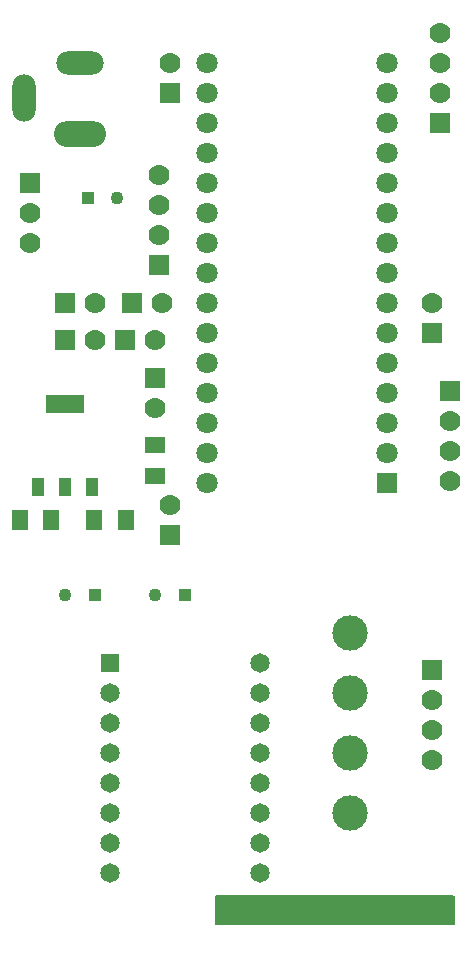
<source format=gbr>
%TF.GenerationSoftware,KiCad,Pcbnew,6.0.0*%
%TF.CreationDate,2022-01-29T03:06:04+03:00*%
%TF.ProjectId,pump,70756d70-2e6b-4696-9361-645f70636258,rev?*%
%TF.SameCoordinates,Original*%
%TF.FileFunction,Soldermask,Top*%
%TF.FilePolarity,Negative*%
%FSLAX46Y46*%
G04 Gerber Fmt 4.6, Leading zero omitted, Abs format (unit mm)*
G04 Created by KiCad (PCBNEW 6.0.0) date 2022-01-29 03:06:04*
%MOMM*%
%LPD*%
G01*
G04 APERTURE LIST*
G04 Aperture macros list*
%AMRoundRect*
0 Rectangle with rounded corners*
0 $1 Rounding radius*
0 $2 $3 $4 $5 $6 $7 $8 $9 X,Y pos of 4 corners*
0 Add a 4 corners polygon primitive as box body*
4,1,4,$2,$3,$4,$5,$6,$7,$8,$9,$2,$3,0*
0 Add four circle primitives for the rounded corners*
1,1,$1+$1,$2,$3*
1,1,$1+$1,$4,$5*
1,1,$1+$1,$6,$7*
1,1,$1+$1,$8,$9*
0 Add four rect primitives between the rounded corners*
20,1,$1+$1,$2,$3,$4,$5,0*
20,1,$1+$1,$4,$5,$6,$7,0*
20,1,$1+$1,$6,$7,$8,$9,0*
20,1,$1+$1,$8,$9,$2,$3,0*%
G04 Aperture macros list end*
%ADD10R,1.778000X1.778000*%
%ADD11RoundRect,0.889000X0.000000X0.000000X0.000000X0.000000X0.000000X0.000000X0.000000X0.000000X0*%
%ADD12O,2.000000X4.000000*%
%ADD13O,4.000000X2.000000*%
%ADD14O,4.400000X2.200000*%
%ADD15RoundRect,0.889000X0.000000X0.000000X0.000000X0.000000X0.000000X0.000000X0.000000X0.000000X0*%
%ADD16R,1.650000X1.650000*%
%ADD17C,1.650000*%
%ADD18R,1.000000X1.500000*%
%ADD19R,3.240000X1.500000*%
%ADD20R,1.800000X1.800000*%
%ADD21C,1.800000*%
%ADD22RoundRect,0.889000X0.000000X0.000000X0.000000X0.000000X0.000000X0.000000X0.000000X0.000000X0*%
%ADD23C,3.000000*%
%ADD24R,1.820000X1.440000*%
%ADD25C,1.100000*%
%ADD26R,1.100000X1.100000*%
%ADD27R,1.440000X1.820000*%
G04 APERTURE END LIST*
D10*
%TO.C,J10*%
X106045000Y-78105000D03*
D11*
X106045000Y-75565000D03*
%TD*%
D12*
%TO.C,J1*%
X93725000Y-41100000D03*
D13*
X98425000Y-38100000D03*
D14*
X98425000Y-44100000D03*
%TD*%
D10*
%TO.C,R3*%
X128270000Y-60960000D03*
D11*
X128270000Y-58420000D03*
%TD*%
D10*
%TO.C,R2*%
X102870000Y-58420000D03*
D15*
X105410000Y-58420000D03*
%TD*%
D10*
%TO.C,R1*%
X102235000Y-61595000D03*
D15*
X104775000Y-61595000D03*
%TD*%
D10*
%TO.C,D2*%
X97155000Y-58420000D03*
D15*
X99695000Y-58420000D03*
%TD*%
D10*
%TO.C,D1*%
X97155000Y-61595000D03*
D15*
X99695000Y-61595000D03*
%TD*%
D16*
%TO.C,U2*%
X100965000Y-88900000D03*
D17*
X100965000Y-91440000D03*
X100965000Y-93980000D03*
X100965000Y-96520000D03*
X100965000Y-99060000D03*
X100965000Y-101600000D03*
X100965000Y-104140000D03*
X100965000Y-106680000D03*
X113665000Y-106680000D03*
X113665000Y-104140000D03*
X113665000Y-101600000D03*
X113665000Y-99060000D03*
X113665000Y-96520000D03*
X113665000Y-93980000D03*
X113665000Y-91440000D03*
X113665000Y-88900000D03*
%TD*%
D18*
%TO.C,U1*%
X94865000Y-73980000D03*
X97155000Y-73980000D03*
X99445000Y-73980000D03*
D19*
X97155000Y-66990000D03*
%TD*%
D20*
%TO.C,TB1*%
X124460000Y-73660000D03*
D21*
X124460000Y-71120000D03*
X124460000Y-68580000D03*
X124460000Y-66040000D03*
X124460000Y-63500000D03*
X124460000Y-60960000D03*
X124460000Y-58420000D03*
X124460000Y-55880000D03*
X124460000Y-53340000D03*
X124460000Y-50800000D03*
X124460000Y-48260000D03*
X124460000Y-45720000D03*
X124460000Y-43180000D03*
X124460000Y-40640000D03*
X124460000Y-38100000D03*
X109220000Y-38100000D03*
X109220000Y-40640000D03*
X109220000Y-43180000D03*
X109220000Y-45720000D03*
X109220000Y-48260000D03*
X109220000Y-50800000D03*
X109220000Y-53340000D03*
X109220000Y-55880000D03*
X109220000Y-58420000D03*
X109220000Y-60960000D03*
X109220000Y-63500000D03*
X109220000Y-66040000D03*
X109220000Y-68580000D03*
X109220000Y-71120000D03*
X109220000Y-73660000D03*
%TD*%
D10*
%TO.C,J9*%
X128270000Y-89535000D03*
D22*
X128270000Y-92075000D03*
X128270000Y-94615000D03*
X128270000Y-97155000D03*
%TD*%
D23*
%TO.C,J8*%
X121285000Y-101600000D03*
X121285000Y-96520000D03*
X121285000Y-91440000D03*
X121285000Y-86360000D03*
%TD*%
D10*
%TO.C,J7*%
X104775000Y-64770000D03*
D22*
X104775000Y-67310000D03*
%TD*%
D10*
%TO.C,J6*%
X128905000Y-43180000D03*
D11*
X128905000Y-40640000D03*
X128905000Y-38100000D03*
X128905000Y-35560000D03*
%TD*%
D10*
%TO.C,J5*%
X106045000Y-40640000D03*
D11*
X106045000Y-38100000D03*
%TD*%
D10*
%TO.C,J4*%
X129792250Y-65914750D03*
D22*
X129792250Y-68454750D03*
X129792250Y-70994750D03*
X129792250Y-73534750D03*
%TD*%
D10*
%TO.C,J3*%
X105157750Y-55245000D03*
D11*
X105157750Y-52705000D03*
X105157750Y-50165000D03*
X105157750Y-47625000D03*
%TD*%
D10*
%TO.C,J2*%
X94232250Y-48260000D03*
D22*
X94232250Y-50800000D03*
X94232250Y-53340000D03*
%TD*%
D24*
%TO.C,C6*%
X104775000Y-70419000D03*
X104775000Y-73091000D03*
%TD*%
D25*
%TO.C,C5*%
X104795000Y-83185000D03*
D26*
X107295000Y-83185000D03*
%TD*%
D25*
%TO.C,C4*%
X97175000Y-83185000D03*
D26*
X99675000Y-83185000D03*
%TD*%
D27*
%TO.C,C3*%
X96017000Y-76835000D03*
X93345000Y-76835000D03*
%TD*%
D25*
%TO.C,C2*%
X101580000Y-49530000D03*
D26*
X99080000Y-49530000D03*
%TD*%
D27*
%TO.C,C1*%
X99629000Y-76835000D03*
X102301000Y-76835000D03*
%TD*%
G36*
X130117121Y-108605002D02*
G01*
X130163614Y-108658658D01*
X130175000Y-108711000D01*
X130175000Y-110999000D01*
X130154998Y-111067121D01*
X130101342Y-111113614D01*
X130049000Y-111125000D01*
X109981000Y-111125000D01*
X109912879Y-111104998D01*
X109866386Y-111051342D01*
X109855000Y-110999000D01*
X109855000Y-108711000D01*
X109875002Y-108642879D01*
X109928658Y-108596386D01*
X109981000Y-108585000D01*
X130049000Y-108585000D01*
X130117121Y-108605002D01*
G37*
M02*

</source>
